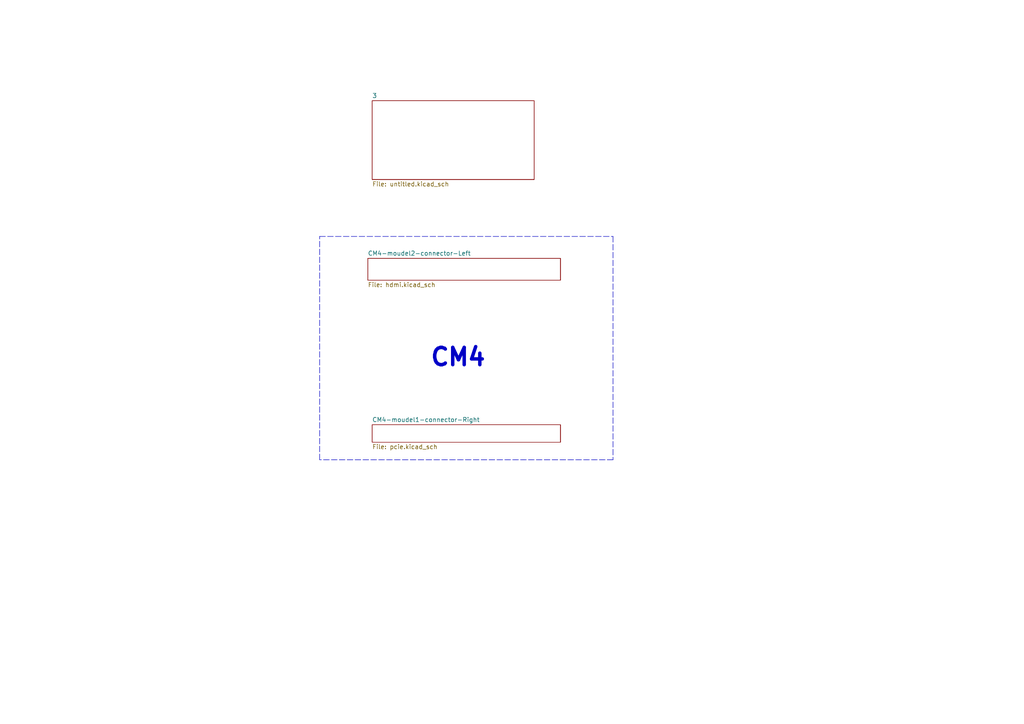
<source format=kicad_sch>
(kicad_sch (version 20211123) (generator eeschema)
  (paper "A4")
  (lib_symbols)
  (polyline (pts (xy 92.71 68.58) (xy 177.8 68.58)))
  (polyline (pts (xy 92.71 133.35) (xy 92.71 68.58)))
  (polyline (pts (xy 177.8 68.58) (xy 177.8 133.35)))
  (polyline (pts (xy 177.8 133.35) (xy 92.71 133.35)))
  (text "CM4" (at 124.46 106.68 0) (effects (font (size 5 5) (thickness 1) bold) (justify left bottom)))
  (sheet (at 107.95 29.21) (size 46.99 22.86) (stroke (width 0.1524))
    (property "Sheet name" "3" (at 107.95 28.4984 0) (effects (justify left bottom)))
    (property "Sheet file" "untitled.kicad_sch" (at 107.95 52.6546 0) (effects (justify left top)))
  )
  (sheet (at 106.68 74.93) (size 55.88 6.35) (stroke (width 0.1524))
    (property "Sheet name" "CM4-moudel2-connector-Left" (at 106.68 74.2184 0) (effects (justify left bottom)))
    (property "Sheet file" "hdmi.kicad_sch" (at 106.68 81.8646 0) (effects (justify left top)))
  )
  (sheet (at 107.95 123.19) (size 54.61 5.08) (stroke (width 0.1524))
    (property "Sheet name" "CM4-moudel1-connector-Right" (at 107.95 122.4784 0) (effects (justify left bottom)))
    (property "Sheet file" "pcie.kicad_sch" (at 107.95 128.8546 0) (effects (justify left top)))
  )
)
</source>
